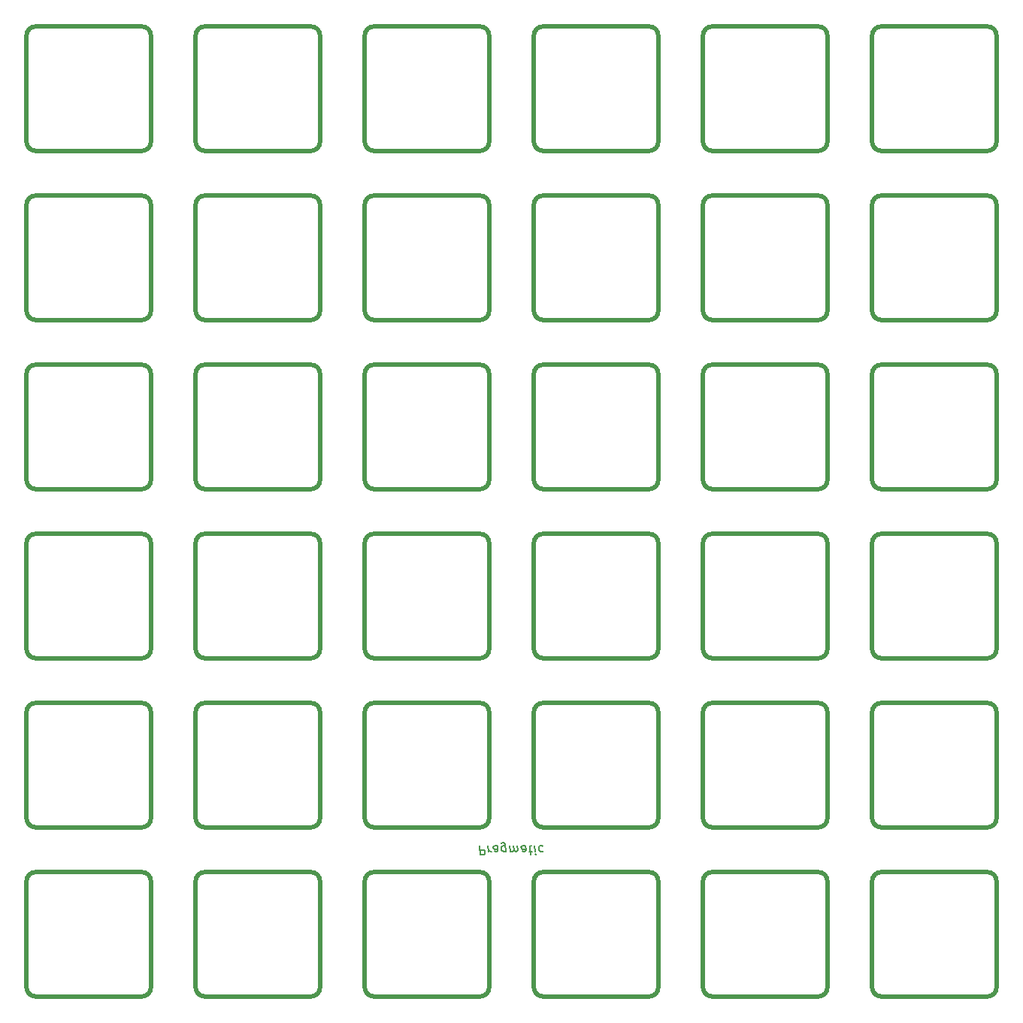
<source format=gbl>
%TF.GenerationSoftware,KiCad,Pcbnew,(6.0.1-0)*%
%TF.CreationDate,2022-02-06T13:55:37+08:00*%
%TF.ProjectId,Plate,506c6174-652e-46b6-9963-61645f706362,rev?*%
%TF.SameCoordinates,Original*%
%TF.FileFunction,Copper,L2,Bot*%
%TF.FilePolarity,Positive*%
%FSLAX46Y46*%
G04 Gerber Fmt 4.6, Leading zero omitted, Abs format (unit mm)*
G04 Created by KiCad (PCBNEW (6.0.1-0)) date 2022-02-06 13:55:37*
%MOMM*%
%LPD*%
G01*
G04 APERTURE LIST*
%ADD10C,0.150000*%
%TA.AperFunction,NonConductor*%
%ADD11C,0.150000*%
%TD*%
%TA.AperFunction,EtchedComponent*%
%ADD12C,0.500000*%
%TD*%
G04 APERTURE END LIST*
D10*
D11*
X75732706Y-117022619D02*
X75857706Y-118022619D01*
X76238658Y-118022619D01*
X76327944Y-117975000D01*
X76369611Y-117927380D01*
X76405325Y-117832142D01*
X76387468Y-117689285D01*
X76327944Y-117594047D01*
X76274373Y-117546428D01*
X76173182Y-117498809D01*
X75792230Y-117498809D01*
X76732706Y-117022619D02*
X76816039Y-117689285D01*
X76792230Y-117498809D02*
X76851753Y-117594047D01*
X76905325Y-117641666D01*
X77006515Y-117689285D01*
X77101753Y-117689285D01*
X77780325Y-117022619D02*
X77845801Y-117546428D01*
X77810087Y-117641666D01*
X77720801Y-117689285D01*
X77530325Y-117689285D01*
X77429134Y-117641666D01*
X77786277Y-117070238D02*
X77685087Y-117022619D01*
X77446992Y-117022619D01*
X77357706Y-117070238D01*
X77321992Y-117165476D01*
X77333896Y-117260714D01*
X77393420Y-117355952D01*
X77494611Y-117403571D01*
X77732706Y-117403571D01*
X77833896Y-117451190D01*
X78768420Y-117689285D02*
X78667230Y-116879761D01*
X78607706Y-116784523D01*
X78554134Y-116736904D01*
X78452944Y-116689285D01*
X78310087Y-116689285D01*
X78220801Y-116736904D01*
X78691039Y-117070238D02*
X78589849Y-117022619D01*
X78399373Y-117022619D01*
X78310087Y-117070238D01*
X78268420Y-117117857D01*
X78232706Y-117213095D01*
X78268420Y-117498809D01*
X78327944Y-117594047D01*
X78381515Y-117641666D01*
X78482706Y-117689285D01*
X78673182Y-117689285D01*
X78762468Y-117641666D01*
X79161277Y-117022619D02*
X79244611Y-117689285D01*
X79232706Y-117594047D02*
X79286277Y-117641666D01*
X79387468Y-117689285D01*
X79530325Y-117689285D01*
X79619611Y-117641666D01*
X79655325Y-117546428D01*
X79589849Y-117022619D01*
X79655325Y-117546428D02*
X79714849Y-117641666D01*
X79816039Y-117689285D01*
X79958896Y-117689285D01*
X80048182Y-117641666D01*
X80083896Y-117546428D01*
X80018420Y-117022619D01*
X80923182Y-117022619D02*
X80988658Y-117546428D01*
X80952944Y-117641666D01*
X80863658Y-117689285D01*
X80673182Y-117689285D01*
X80571992Y-117641666D01*
X80929134Y-117070238D02*
X80827944Y-117022619D01*
X80589849Y-117022619D01*
X80500563Y-117070238D01*
X80464849Y-117165476D01*
X80476753Y-117260714D01*
X80536277Y-117355952D01*
X80637468Y-117403571D01*
X80875563Y-117403571D01*
X80976753Y-117451190D01*
X81339849Y-117689285D02*
X81720801Y-117689285D01*
X81524373Y-118022619D02*
X81417230Y-117165476D01*
X81452944Y-117070238D01*
X81542230Y-117022619D01*
X81637468Y-117022619D01*
X81970801Y-117022619D02*
X82054134Y-117689285D01*
X82095801Y-118022619D02*
X82042230Y-117975000D01*
X82083896Y-117927380D01*
X82137468Y-117975000D01*
X82095801Y-118022619D01*
X82083896Y-117927380D01*
X82881515Y-117070238D02*
X82780325Y-117022619D01*
X82589849Y-117022619D01*
X82500563Y-117070238D01*
X82458896Y-117117857D01*
X82423182Y-117213095D01*
X82458896Y-117498809D01*
X82518420Y-117594047D01*
X82571992Y-117641666D01*
X82673182Y-117689285D01*
X82863658Y-117689285D01*
X82952944Y-117641666D01*
D12*
%TO.C,REF\u002A\u002A27*%
X95900000Y-113950000D02*
X95900000Y-101950000D01*
X82900000Y-100950000D02*
X94900000Y-100950000D01*
X82900000Y-100950000D02*
X94900000Y-100950000D01*
X94900000Y-114950000D02*
X82900000Y-114950000D01*
X81900000Y-101950000D02*
X81900000Y-113950000D01*
X95900001Y-101949999D02*
G75*
G03*
X94900001Y-100949999I-1000003J-3D01*
G01*
X82900000Y-100950000D02*
G75*
G03*
X81900000Y-101950000I3J-1000003D01*
G01*
X81899999Y-113950001D02*
G75*
G03*
X82899999Y-114950001I1000003J3D01*
G01*
X94900001Y-114950001D02*
G75*
G03*
X95900001Y-113950001I-3J1000003D01*
G01*
%TO.C,REF\u002A\u002A19*%
X44800000Y-81900000D02*
X56800000Y-81900000D01*
X56800000Y-95900000D02*
X44800000Y-95900000D01*
X44800000Y-81900000D02*
X56800000Y-81900000D01*
X43800000Y-82900000D02*
X43800000Y-94900000D01*
X57800000Y-94900000D02*
X57800000Y-82900000D01*
X43799999Y-94900001D02*
G75*
G03*
X44799999Y-95900001I1000003J3D01*
G01*
X56800001Y-95900001D02*
G75*
G03*
X57800001Y-94900001I-3J1000003D01*
G01*
X57800001Y-82899999D02*
G75*
G03*
X56800001Y-81899999I-1000003J-3D01*
G01*
X44800000Y-81900000D02*
G75*
G03*
X43800000Y-82900000I3J-1000003D01*
G01*
%TO.C,REF\u002A\u002A10*%
X114950000Y-56800000D02*
X114950000Y-44800000D01*
X100950000Y-44800000D02*
X100950000Y-56800000D01*
X101950000Y-43800000D02*
X113950000Y-43800000D01*
X113950000Y-57800000D02*
X101950000Y-57800000D01*
X101950000Y-43800000D02*
X113950000Y-43800000D01*
X101950000Y-43800000D02*
G75*
G03*
X100950000Y-44800000I3J-1000003D01*
G01*
X100949999Y-56800001D02*
G75*
G03*
X101949999Y-57800001I1000003J3D01*
G01*
X113950001Y-57800001D02*
G75*
G03*
X114950001Y-56800001I-3J1000003D01*
G01*
X114950001Y-44799999D02*
G75*
G03*
X113950001Y-43799999I-1000003J-3D01*
G01*
%TO.C,REF\u002A\u002A2*%
X62850000Y-25750000D02*
X62850000Y-37750000D01*
X63850000Y-24750000D02*
X75850000Y-24750000D01*
X76850000Y-37750000D02*
X76850000Y-25750000D01*
X63850000Y-24750000D02*
X75850000Y-24750000D01*
X75850000Y-38750000D02*
X63850000Y-38750000D01*
X63850000Y-24750000D02*
G75*
G03*
X62850000Y-25750000I3J-1000003D01*
G01*
X62849999Y-37750001D02*
G75*
G03*
X63849999Y-38750001I1000003J3D01*
G01*
X75850001Y-38750001D02*
G75*
G03*
X76850001Y-37750001I-3J1000003D01*
G01*
X76850001Y-25749999D02*
G75*
G03*
X75850001Y-24749999I-1000003J-3D01*
G01*
%TO.C,REF\u002A\u002A3*%
X81900000Y-25750000D02*
X81900000Y-37750000D01*
X95900000Y-37750000D02*
X95900000Y-25750000D01*
X82900000Y-24750000D02*
X94900000Y-24750000D01*
X82900000Y-24750000D02*
X94900000Y-24750000D01*
X94900000Y-38750000D02*
X82900000Y-38750000D01*
X95900001Y-25749999D02*
G75*
G03*
X94900001Y-24749999I-1000003J-3D01*
G01*
X82900000Y-24750000D02*
G75*
G03*
X81900000Y-25750000I3J-1000003D01*
G01*
X81899999Y-37750001D02*
G75*
G03*
X82899999Y-38750001I1000003J3D01*
G01*
X94900001Y-38750001D02*
G75*
G03*
X95900001Y-37750001I-3J1000003D01*
G01*
%TO.C,REF\u002A\u002A13*%
X44800000Y-62850000D02*
X56800000Y-62850000D01*
X56800000Y-76850000D02*
X44800000Y-76850000D01*
X44800000Y-62850000D02*
X56800000Y-62850000D01*
X43800000Y-63850000D02*
X43800000Y-75850000D01*
X57800000Y-75850000D02*
X57800000Y-63850000D01*
X43799999Y-75850001D02*
G75*
G03*
X44799999Y-76850001I1000003J3D01*
G01*
X44800000Y-62850000D02*
G75*
G03*
X43800000Y-63850000I3J-1000003D01*
G01*
X57800001Y-63849999D02*
G75*
G03*
X56800001Y-62849999I-1000003J-3D01*
G01*
X56800001Y-76850001D02*
G75*
G03*
X57800001Y-75850001I-3J1000003D01*
G01*
%TO.C,REF\u002A\u002A23*%
X134000000Y-94900000D02*
X134000000Y-82900000D01*
X120000000Y-82900000D02*
X120000000Y-94900000D01*
X133000000Y-95900000D02*
X121000000Y-95900000D01*
X121000000Y-81900000D02*
X133000000Y-81900000D01*
X121000000Y-81900000D02*
X133000000Y-81900000D01*
X119999999Y-94900001D02*
G75*
G03*
X120999999Y-95900001I1000003J3D01*
G01*
X133000001Y-95900001D02*
G75*
G03*
X134000001Y-94900001I-3J1000003D01*
G01*
X121000000Y-81900000D02*
G75*
G03*
X120000000Y-82900000I3J-1000003D01*
G01*
X134000001Y-82899999D02*
G75*
G03*
X133000001Y-81899999I-1000003J-3D01*
G01*
%TO.C,REF\u002A\u002A6*%
X24750000Y-44800000D02*
X24750000Y-56800000D01*
X25750000Y-43800000D02*
X37750000Y-43800000D01*
X37750000Y-57800000D02*
X25750000Y-57800000D01*
X25750000Y-43800000D02*
X37750000Y-43800000D01*
X38750000Y-56800000D02*
X38750000Y-44800000D01*
X25750000Y-43800000D02*
G75*
G03*
X24750000Y-44800000I3J-1000003D01*
G01*
X38750001Y-44799999D02*
G75*
G03*
X37750001Y-43799999I-1000003J-3D01*
G01*
X24749999Y-56800001D02*
G75*
G03*
X25749999Y-57800001I1000003J3D01*
G01*
X37750001Y-57800001D02*
G75*
G03*
X38750001Y-56800001I-3J1000003D01*
G01*
%TO.C,REF\u002A\u002A35*%
X134000000Y-133000000D02*
X134000000Y-121000000D01*
X120000000Y-121000000D02*
X120000000Y-133000000D01*
X133000000Y-134000000D02*
X121000000Y-134000000D01*
X121000000Y-120000000D02*
X133000000Y-120000000D01*
X121000000Y-120000000D02*
X133000000Y-120000000D01*
X134000001Y-120999999D02*
G75*
G03*
X133000001Y-119999999I-1000003J-3D01*
G01*
X121000000Y-120000000D02*
G75*
G03*
X120000000Y-121000000I3J-1000003D01*
G01*
X119999999Y-133000001D02*
G75*
G03*
X120999999Y-134000001I1000003J3D01*
G01*
X133000001Y-134000001D02*
G75*
G03*
X134000001Y-133000001I-3J1000003D01*
G01*
%TO.C,REF\u002A\u002A26*%
X62850000Y-101950000D02*
X62850000Y-113950000D01*
X63850000Y-100950000D02*
X75850000Y-100950000D01*
X75850000Y-114950000D02*
X63850000Y-114950000D01*
X63850000Y-100950000D02*
X75850000Y-100950000D01*
X76850000Y-113950000D02*
X76850000Y-101950000D01*
X76850001Y-101949999D02*
G75*
G03*
X75850001Y-100949999I-1000003J-3D01*
G01*
X75850001Y-114950001D02*
G75*
G03*
X76850001Y-113950001I-3J1000003D01*
G01*
X62849999Y-113950001D02*
G75*
G03*
X63849999Y-114950001I1000003J3D01*
G01*
X63850000Y-100950000D02*
G75*
G03*
X62850000Y-101950000I3J-1000003D01*
G01*
%TO.C,REF\u002A\u002A22*%
X100950000Y-82900000D02*
X100950000Y-94900000D01*
X101950000Y-81900000D02*
X113950000Y-81900000D01*
X114950000Y-94900000D02*
X114950000Y-82900000D01*
X113950000Y-95900000D02*
X101950000Y-95900000D01*
X101950000Y-81900000D02*
X113950000Y-81900000D01*
X101950000Y-81900000D02*
G75*
G03*
X100950000Y-82900000I3J-1000003D01*
G01*
X100949999Y-94900001D02*
G75*
G03*
X101949999Y-95900001I1000003J3D01*
G01*
X114950001Y-82899999D02*
G75*
G03*
X113950001Y-81899999I-1000003J-3D01*
G01*
X113950001Y-95900001D02*
G75*
G03*
X114950001Y-94900001I-3J1000003D01*
G01*
%TO.C,REF\u002A\u002A31*%
X43800000Y-121000000D02*
X43800000Y-133000000D01*
X44800000Y-120000000D02*
X56800000Y-120000000D01*
X56800000Y-134000000D02*
X44800000Y-134000000D01*
X57800000Y-133000000D02*
X57800000Y-121000000D01*
X44800000Y-120000000D02*
X56800000Y-120000000D01*
X57800001Y-120999999D02*
G75*
G03*
X56800001Y-119999999I-1000003J-3D01*
G01*
X44800000Y-120000000D02*
G75*
G03*
X43800000Y-121000000I3J-1000003D01*
G01*
X43799999Y-133000001D02*
G75*
G03*
X44799999Y-134000001I1000003J3D01*
G01*
X56800001Y-134000001D02*
G75*
G03*
X57800001Y-133000001I-3J1000003D01*
G01*
%TO.C,REF\u002A\u002A17*%
X133000000Y-76850000D02*
X121000000Y-76850000D01*
X134000000Y-75850000D02*
X134000000Y-63850000D01*
X121000000Y-62850000D02*
X133000000Y-62850000D01*
X120000000Y-63850000D02*
X120000000Y-75850000D01*
X121000000Y-62850000D02*
X133000000Y-62850000D01*
X121000000Y-62850000D02*
G75*
G03*
X120000000Y-63850000I3J-1000003D01*
G01*
X119999999Y-75850001D02*
G75*
G03*
X120999999Y-76850001I1000003J3D01*
G01*
X133000001Y-76850001D02*
G75*
G03*
X134000001Y-75850001I-3J1000003D01*
G01*
X134000001Y-63849999D02*
G75*
G03*
X133000001Y-62849999I-1000003J-3D01*
G01*
%TO.C,REF\u002A\u002A28*%
X114950000Y-113950000D02*
X114950000Y-101950000D01*
X101950000Y-100950000D02*
X113950000Y-100950000D01*
X100950000Y-101950000D02*
X100950000Y-113950000D01*
X113950000Y-114950000D02*
X101950000Y-114950000D01*
X101950000Y-100950000D02*
X113950000Y-100950000D01*
X100949999Y-113950001D02*
G75*
G03*
X101949999Y-114950001I1000003J3D01*
G01*
X113950001Y-114950001D02*
G75*
G03*
X114950001Y-113950001I-3J1000003D01*
G01*
X101950000Y-100950000D02*
G75*
G03*
X100950000Y-101950000I3J-1000003D01*
G01*
X114950001Y-101949999D02*
G75*
G03*
X113950001Y-100949999I-1000003J-3D01*
G01*
%TO.C,REF\u002A\u002A8*%
X62850000Y-44800000D02*
X62850000Y-56800000D01*
X75850000Y-57800000D02*
X63850000Y-57800000D01*
X76850000Y-56800000D02*
X76850000Y-44800000D01*
X63850000Y-43800000D02*
X75850000Y-43800000D01*
X63850000Y-43800000D02*
X75850000Y-43800000D01*
X76850001Y-44799999D02*
G75*
G03*
X75850001Y-43799999I-1000003J-3D01*
G01*
X63850000Y-43800000D02*
G75*
G03*
X62850000Y-44800000I3J-1000003D01*
G01*
X62849999Y-56800001D02*
G75*
G03*
X63849999Y-57800001I1000003J3D01*
G01*
X75850001Y-57800001D02*
G75*
G03*
X76850001Y-56800001I-3J1000003D01*
G01*
%TO.C,REF\u002A\u002A4*%
X114950000Y-37750000D02*
X114950000Y-25750000D01*
X101950000Y-24750000D02*
X113950000Y-24750000D01*
X100950000Y-25750000D02*
X100950000Y-37750000D01*
X101950000Y-24750000D02*
X113950000Y-24750000D01*
X113950000Y-38750000D02*
X101950000Y-38750000D01*
X101950000Y-24750000D02*
G75*
G03*
X100950000Y-25750000I3J-1000003D01*
G01*
X113950001Y-38750001D02*
G75*
G03*
X114950001Y-37750001I-3J1000003D01*
G01*
X114950001Y-25749999D02*
G75*
G03*
X113950001Y-24749999I-1000003J-3D01*
G01*
X100949999Y-37750001D02*
G75*
G03*
X101949999Y-38750001I1000003J3D01*
G01*
%TO.C,REF\u002A\u002A20*%
X63850000Y-81900000D02*
X75850000Y-81900000D01*
X75850000Y-95900000D02*
X63850000Y-95900000D01*
X62850000Y-82900000D02*
X62850000Y-94900000D01*
X63850000Y-81900000D02*
X75850000Y-81900000D01*
X76850000Y-94900000D02*
X76850000Y-82900000D01*
X75850001Y-95900001D02*
G75*
G03*
X76850001Y-94900001I-3J1000003D01*
G01*
X76850001Y-82899999D02*
G75*
G03*
X75850001Y-81899999I-1000003J-3D01*
G01*
X62849999Y-94900001D02*
G75*
G03*
X63849999Y-95900001I1000003J3D01*
G01*
X63850000Y-81900000D02*
G75*
G03*
X62850000Y-82900000I3J-1000003D01*
G01*
%TO.C,REF\u002A\u002A33*%
X81900000Y-121000000D02*
X81900000Y-133000000D01*
X95900000Y-133000000D02*
X95900000Y-121000000D01*
X82900000Y-120000000D02*
X94900000Y-120000000D01*
X94900000Y-134000000D02*
X82900000Y-134000000D01*
X82900000Y-120000000D02*
X94900000Y-120000000D01*
X81899999Y-133000001D02*
G75*
G03*
X82899999Y-134000001I1000003J3D01*
G01*
X95900001Y-120999999D02*
G75*
G03*
X94900001Y-119999999I-1000003J-3D01*
G01*
X94900001Y-134000001D02*
G75*
G03*
X95900001Y-133000001I-3J1000003D01*
G01*
X82900000Y-120000000D02*
G75*
G03*
X81900000Y-121000000I3J-1000003D01*
G01*
%TO.C,REF\u002A\u002A32*%
X63850000Y-120000000D02*
X75850000Y-120000000D01*
X62850000Y-121000000D02*
X62850000Y-133000000D01*
X63850000Y-120000000D02*
X75850000Y-120000000D01*
X75850000Y-134000000D02*
X63850000Y-134000000D01*
X76850000Y-133000000D02*
X76850000Y-121000000D01*
X62849999Y-133000001D02*
G75*
G03*
X63849999Y-134000001I1000003J3D01*
G01*
X75850001Y-134000001D02*
G75*
G03*
X76850001Y-133000001I-3J1000003D01*
G01*
X63850000Y-120000000D02*
G75*
G03*
X62850000Y-121000000I3J-1000003D01*
G01*
X76850001Y-120999999D02*
G75*
G03*
X75850001Y-119999999I-1000003J-3D01*
G01*
%TO.C,REF\u002A\u002A29*%
X120000000Y-101950000D02*
X120000000Y-113950000D01*
X121000000Y-100950000D02*
X133000000Y-100950000D01*
X133000000Y-114950000D02*
X121000000Y-114950000D01*
X134000000Y-113950000D02*
X134000000Y-101950000D01*
X121000000Y-100950000D02*
X133000000Y-100950000D01*
X133000001Y-114950001D02*
G75*
G03*
X134000001Y-113950001I-3J1000003D01*
G01*
X119999999Y-113950001D02*
G75*
G03*
X120999999Y-114950001I1000003J3D01*
G01*
X121000000Y-100950000D02*
G75*
G03*
X120000000Y-101950000I3J-1000003D01*
G01*
X134000001Y-101949999D02*
G75*
G03*
X133000001Y-100949999I-1000003J-3D01*
G01*
%TO.C,REF\u002A\u002A34*%
X101950000Y-120000000D02*
X113950000Y-120000000D01*
X113950000Y-134000000D02*
X101950000Y-134000000D01*
X100950000Y-121000000D02*
X100950000Y-133000000D01*
X101950000Y-120000000D02*
X113950000Y-120000000D01*
X114950000Y-133000000D02*
X114950000Y-121000000D01*
X113950001Y-134000001D02*
G75*
G03*
X114950001Y-133000001I-3J1000003D01*
G01*
X114950001Y-120999999D02*
G75*
G03*
X113950001Y-119999999I-1000003J-3D01*
G01*
X100949999Y-133000001D02*
G75*
G03*
X101949999Y-134000001I1000003J3D01*
G01*
X101950000Y-120000000D02*
G75*
G03*
X100950000Y-121000000I3J-1000003D01*
G01*
%TO.C,REF\u002A\u002A5*%
X121000000Y-24750000D02*
X133000000Y-24750000D01*
X133000000Y-38750000D02*
X121000000Y-38750000D01*
X121000000Y-24750000D02*
X133000000Y-24750000D01*
X134000000Y-37750000D02*
X134000000Y-25750000D01*
X120000000Y-25750000D02*
X120000000Y-37750000D01*
X121000000Y-24750000D02*
G75*
G03*
X120000000Y-25750000I3J-1000003D01*
G01*
X133000001Y-38750001D02*
G75*
G03*
X134000001Y-37750001I-3J1000003D01*
G01*
X119999999Y-37750001D02*
G75*
G03*
X120999999Y-38750001I1000003J3D01*
G01*
X134000001Y-25749999D02*
G75*
G03*
X133000001Y-24749999I-1000003J-3D01*
G01*
%TO.C,REF\u002A\u002A30*%
X38750000Y-133000000D02*
X38750000Y-121000000D01*
X25750000Y-120000000D02*
X37750000Y-120000000D01*
X24750000Y-121000000D02*
X24750000Y-133000000D01*
X25750000Y-120000000D02*
X37750000Y-120000000D01*
X37750000Y-134000000D02*
X25750000Y-134000000D01*
X25750000Y-120000000D02*
G75*
G03*
X24750000Y-121000000I3J-1000003D01*
G01*
X37750001Y-134000001D02*
G75*
G03*
X38750001Y-133000001I-3J1000003D01*
G01*
X24749999Y-133000001D02*
G75*
G03*
X25749999Y-134000001I1000003J3D01*
G01*
X38750001Y-120999999D02*
G75*
G03*
X37750001Y-119999999I-1000003J-3D01*
G01*
%TO.C,REF\u002A\u002A16*%
X101950000Y-62850000D02*
X113950000Y-62850000D01*
X100950000Y-63850000D02*
X100950000Y-75850000D01*
X114950000Y-75850000D02*
X114950000Y-63850000D01*
X101950000Y-62850000D02*
X113950000Y-62850000D01*
X113950000Y-76850000D02*
X101950000Y-76850000D01*
X113950001Y-76850001D02*
G75*
G03*
X114950001Y-75850001I-3J1000003D01*
G01*
X101950000Y-62850000D02*
G75*
G03*
X100950000Y-63850000I3J-1000003D01*
G01*
X114950001Y-63849999D02*
G75*
G03*
X113950001Y-62849999I-1000003J-3D01*
G01*
X100949999Y-75850001D02*
G75*
G03*
X101949999Y-76850001I1000003J3D01*
G01*
%TO.C,REF\u002A\u002A12*%
X38750000Y-75850000D02*
X38750000Y-63850000D01*
X37750000Y-76850000D02*
X25750000Y-76850000D01*
X25750000Y-62850000D02*
X37750000Y-62850000D01*
X24750000Y-63850000D02*
X24750000Y-75850000D01*
X25750000Y-62850000D02*
X37750000Y-62850000D01*
X25750000Y-62850000D02*
G75*
G03*
X24750000Y-63850000I3J-1000003D01*
G01*
X38750001Y-63849999D02*
G75*
G03*
X37750001Y-62849999I-1000003J-3D01*
G01*
X37750001Y-76850001D02*
G75*
G03*
X38750001Y-75850001I-3J1000003D01*
G01*
X24749999Y-75850001D02*
G75*
G03*
X25749999Y-76850001I1000003J3D01*
G01*
%TO.C,REF\u002A\u002A15*%
X95900000Y-75850000D02*
X95900000Y-63850000D01*
X82900000Y-62850000D02*
X94900000Y-62850000D01*
X81900000Y-63850000D02*
X81900000Y-75850000D01*
X82900000Y-62850000D02*
X94900000Y-62850000D01*
X94900000Y-76850000D02*
X82900000Y-76850000D01*
X94900001Y-76850001D02*
G75*
G03*
X95900001Y-75850001I-3J1000003D01*
G01*
X82900000Y-62850000D02*
G75*
G03*
X81900000Y-63850000I3J-1000003D01*
G01*
X81899999Y-75850001D02*
G75*
G03*
X82899999Y-76850001I1000003J3D01*
G01*
X95900001Y-63849999D02*
G75*
G03*
X94900001Y-62849999I-1000003J-3D01*
G01*
%TO.C,REF\u002A\u002A11*%
X133000000Y-57800000D02*
X121000000Y-57800000D01*
X120000000Y-44800000D02*
X120000000Y-56800000D01*
X121000000Y-43800000D02*
X133000000Y-43800000D01*
X121000000Y-43800000D02*
X133000000Y-43800000D01*
X134000000Y-56800000D02*
X134000000Y-44800000D01*
X119999999Y-56800001D02*
G75*
G03*
X120999999Y-57800001I1000003J3D01*
G01*
X121000000Y-43800000D02*
G75*
G03*
X120000000Y-44800000I3J-1000003D01*
G01*
X133000001Y-57800001D02*
G75*
G03*
X134000001Y-56800001I-3J1000003D01*
G01*
X134000001Y-44799999D02*
G75*
G03*
X133000001Y-43799999I-1000003J-3D01*
G01*
%TO.C,REF\u002A\u002A14*%
X62850000Y-63850000D02*
X62850000Y-75850000D01*
X76850000Y-75850000D02*
X76850000Y-63850000D01*
X75850000Y-76850000D02*
X63850000Y-76850000D01*
X63850000Y-62850000D02*
X75850000Y-62850000D01*
X63850000Y-62850000D02*
X75850000Y-62850000D01*
X75850001Y-76850001D02*
G75*
G03*
X76850001Y-75850001I-3J1000003D01*
G01*
X63850000Y-62850000D02*
G75*
G03*
X62850000Y-63850000I3J-1000003D01*
G01*
X76850001Y-63849999D02*
G75*
G03*
X75850001Y-62849999I-1000003J-3D01*
G01*
X62849999Y-75850001D02*
G75*
G03*
X63849999Y-76850001I1000003J3D01*
G01*
%TO.C,REF\u002A\u002A7*%
X56800000Y-57800000D02*
X44800000Y-57800000D01*
X43800000Y-44800000D02*
X43800000Y-56800000D01*
X44800000Y-43800000D02*
X56800000Y-43800000D01*
X44800000Y-43800000D02*
X56800000Y-43800000D01*
X57800000Y-56800000D02*
X57800000Y-44800000D01*
X57800001Y-44799999D02*
G75*
G03*
X56800001Y-43799999I-1000003J-3D01*
G01*
X44800000Y-43800000D02*
G75*
G03*
X43800000Y-44800000I3J-1000003D01*
G01*
X43799999Y-56800001D02*
G75*
G03*
X44799999Y-57800001I1000003J3D01*
G01*
X56800001Y-57800001D02*
G75*
G03*
X57800001Y-56800001I-3J1000003D01*
G01*
%TO.C,REF\u002A\u002A21*%
X81900000Y-82900000D02*
X81900000Y-94900000D01*
X82900000Y-81900000D02*
X94900000Y-81900000D01*
X95900000Y-94900000D02*
X95900000Y-82900000D01*
X94900000Y-95900000D02*
X82900000Y-95900000D01*
X82900000Y-81900000D02*
X94900000Y-81900000D01*
X81899999Y-94900001D02*
G75*
G03*
X82899999Y-95900001I1000003J3D01*
G01*
X95900001Y-82899999D02*
G75*
G03*
X94900001Y-81899999I-1000003J-3D01*
G01*
X82900000Y-81900000D02*
G75*
G03*
X81900000Y-82900000I3J-1000003D01*
G01*
X94900001Y-95900001D02*
G75*
G03*
X95900001Y-94900001I-3J1000003D01*
G01*
%TO.C,REF\u002A\u002A9*%
X82900000Y-43800000D02*
X94900000Y-43800000D01*
X81900000Y-44800000D02*
X81900000Y-56800000D01*
X82900000Y-43800000D02*
X94900000Y-43800000D01*
X95900000Y-56800000D02*
X95900000Y-44800000D01*
X94900000Y-57800000D02*
X82900000Y-57800000D01*
X94900001Y-57800001D02*
G75*
G03*
X95900001Y-56800001I-3J1000003D01*
G01*
X95900001Y-44799999D02*
G75*
G03*
X94900001Y-43799999I-1000003J-3D01*
G01*
X81899999Y-56800001D02*
G75*
G03*
X82899999Y-57800001I1000003J3D01*
G01*
X82900000Y-43800000D02*
G75*
G03*
X81900000Y-44800000I3J-1000003D01*
G01*
%TO.C,REF\u002A\u002A1*%
X44800000Y-24750000D02*
X56800000Y-24750000D01*
X44800000Y-24750000D02*
X56800000Y-24750000D01*
X56800000Y-38750000D02*
X44800000Y-38750000D01*
X43800000Y-25750000D02*
X43800000Y-37750000D01*
X57800000Y-37750000D02*
X57800000Y-25750000D01*
X57800001Y-25749999D02*
G75*
G03*
X56800001Y-24749999I-1000003J-3D01*
G01*
X44800000Y-24750000D02*
G75*
G03*
X43800000Y-25750000I3J-1000003D01*
G01*
X43799999Y-37750001D02*
G75*
G03*
X44799999Y-38750001I1000003J3D01*
G01*
X56800001Y-38750001D02*
G75*
G03*
X57800001Y-37750001I-3J1000003D01*
G01*
%TO.C,REF\u002A\u002A*%
X37750000Y-38750000D02*
X25750000Y-38750000D01*
X38750000Y-37750000D02*
X38750000Y-25750000D01*
X25750000Y-24750000D02*
X37750000Y-24750000D01*
X24750000Y-25750000D02*
X24750000Y-37750000D01*
X25750000Y-24750000D02*
X37750000Y-24750000D01*
X25750000Y-24750000D02*
G75*
G03*
X24750000Y-25750000I3J-1000003D01*
G01*
X38750001Y-25749999D02*
G75*
G03*
X37750001Y-24749999I-1000003J-3D01*
G01*
X37750001Y-38750001D02*
G75*
G03*
X38750001Y-37750001I-3J1000003D01*
G01*
X24749999Y-37750001D02*
G75*
G03*
X25749999Y-38750001I1000003J3D01*
G01*
%TO.C,REF\u002A\u002A18*%
X38750000Y-94900000D02*
X38750000Y-82900000D01*
X25750000Y-81900000D02*
X37750000Y-81900000D01*
X25750000Y-81900000D02*
X37750000Y-81900000D01*
X37750000Y-95900000D02*
X25750000Y-95900000D01*
X24750000Y-82900000D02*
X24750000Y-94900000D01*
X25750000Y-81900000D02*
G75*
G03*
X24750000Y-82900000I3J-1000003D01*
G01*
X37750001Y-95900001D02*
G75*
G03*
X38750001Y-94900001I-3J1000003D01*
G01*
X24749999Y-94900001D02*
G75*
G03*
X25749999Y-95900001I1000003J3D01*
G01*
X38750001Y-82899999D02*
G75*
G03*
X37750001Y-81899999I-1000003J-3D01*
G01*
%TO.C,REF\u002A\u002A24*%
X24750000Y-101950000D02*
X24750000Y-113950000D01*
X25750000Y-100950000D02*
X37750000Y-100950000D01*
X38750000Y-113950000D02*
X38750000Y-101950000D01*
X37750000Y-114950000D02*
X25750000Y-114950000D01*
X25750000Y-100950000D02*
X37750000Y-100950000D01*
X24749999Y-113950001D02*
G75*
G03*
X25749999Y-114950001I1000003J3D01*
G01*
X37750001Y-114950001D02*
G75*
G03*
X38750001Y-113950001I-3J1000003D01*
G01*
X38750001Y-101949999D02*
G75*
G03*
X37750001Y-100949999I-1000003J-3D01*
G01*
X25750000Y-100950000D02*
G75*
G03*
X24750000Y-101950000I3J-1000003D01*
G01*
%TO.C,REF\u002A\u002A25*%
X43800000Y-101950000D02*
X43800000Y-113950000D01*
X44800000Y-100950000D02*
X56800000Y-100950000D01*
X56800000Y-114950000D02*
X44800000Y-114950000D01*
X57800000Y-113950000D02*
X57800000Y-101950000D01*
X44800000Y-100950000D02*
X56800000Y-100950000D01*
X43799999Y-113950001D02*
G75*
G03*
X44799999Y-114950001I1000003J3D01*
G01*
X57800001Y-101949999D02*
G75*
G03*
X56800001Y-100949999I-1000003J-3D01*
G01*
X44800000Y-100950000D02*
G75*
G03*
X43800000Y-101950000I3J-1000003D01*
G01*
X56800001Y-114950001D02*
G75*
G03*
X57800001Y-113950001I-3J1000003D01*
G01*
%TD*%
M02*

</source>
